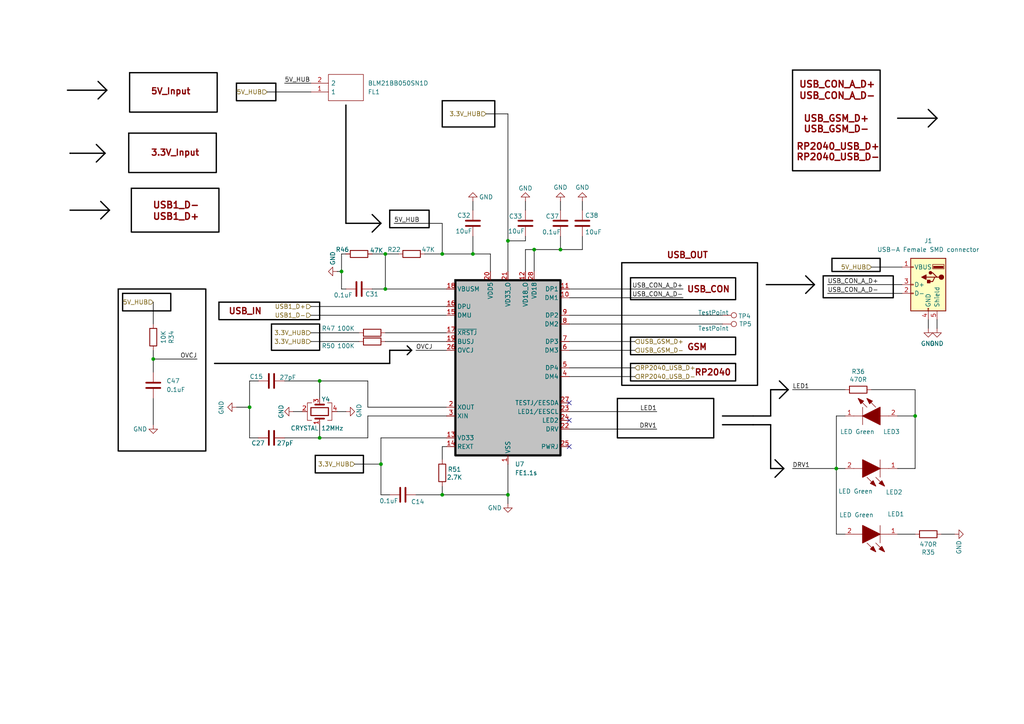
<source format=kicad_sch>
(kicad_sch (version 20231120) (generator "eeschema") (generator_version "8.0")
  (paper "A4")
  (title_block (company "SmartEQ Information Technologies"))
  (lib_symbols
    (symbol "150080VS75000:150080VS75000" (pin_names (offset 0.762))
      (property "Reference" "LED" (at 12.7 8.89 0))
      (property "Value" "150080VS75000" (at 12.7 6.35 0))
      (symbol "150080VS75000_0_0"
        (pin passive line (at 0 0 0) (length 2.54) (name "~") (number "1"))
        (pin passive line (at 15.24 0 180) (length 2.54) (name "~") (number "2"))
      )
      (symbol "150080VS75000_0_1"
        (polyline (pts (xy 2.54 0) (xy 5.08 0)) (stroke (width 0.1524)))
        (polyline (pts (xy 5.08 2.54) (xy 5.08 -2.54)) (stroke (width 0.1524)))
        (polyline (pts (xy 6.35 2.54) (xy 3.81 5.08)) (stroke (width 0.1524)))
        (polyline (pts (xy 8.89 2.54) (xy 6.35 5.08)) (stroke (width 0.1524)))
        (polyline (pts (xy 10.16 0) (xy 12.7 0)) (stroke (width 0.1524)))
        (polyline (pts (xy 5.08 0) (xy 10.16 2.54) (xy 10.16 -2.54) (xy 5.08 0)) (stroke (width 0.254)) (fill (type outline)))
        (polyline (pts (xy 5.334 4.318) (xy 4.572 3.556) (xy 3.81 5.08) (xy 5.334 4.318)) (stroke (width 0.254)) (fill (type outline)))
        (polyline (pts (xy 7.874 4.318) (xy 7.112 3.556) (xy 6.35 5.08) (xy 7.874 4.318)) (stroke (width 0.254)) (fill (type outline)))
      )
    )
    (symbol "BLM21BB050SN1D:BLM21BB050SN1D" (pin_names (offset 0.762))
      (property "Reference" "FL" (at 16.51 7.62 0))
      (property "Value" "BLM21BB050SN1D" (at 16.51 5.08 0))
      (symbol "BLM21BB050SN1D_0_0"
        (pin passive line (at 0 0 0) (length 5.08) (name "1") (number "1"))
        (pin passive line (at 0 -2.54 0) (length 5.08) (name "2") (number "2"))
      )
      (symbol "BLM21BB050SN1D_0_1"
        (polyline (pts (xy 5.08 2.54) (xy 15.24 2.54) (xy 15.24 -5.08) (xy 5.08 -5.08) (xy 5.08 2.54)) (stroke (width 0.1524)))
      )
    )
    (symbol "Connector:TestPoint" (pin_numbers hide) (pin_names (offset 0.762) hide)
      (property "Reference" "TP" (at 0 6.858 0))
      (property "Value" "TestPoint" (at 0 5.08 0))
      (symbol "TestPoint_0_1"
        (circle (center 0 3.302) (radius 0.762))
      )
      (symbol "TestPoint_1_1"
        (pin passive line (at 0 0 90) (length 2.54) (name "1") (number "1"))
      )
    )
    (symbol "Connector:USB_A" (pin_names (offset 1.016))
      (property "Reference" "J" (at -5.08 11.43 0))
      (property "Value" "USB_A" (at -5.08 8.89 0))
      (symbol "USB_A_0_1"
        (rectangle (start -5.08 -7.62) (end 5.08 7.62) (stroke (width 0.254)) (fill (type background)))
        (circle (center -3.81 2.159) (radius 0.635) (stroke (width 0.254)) (fill (type outline)))
        (rectangle (start -1.524 4.826) (end -4.318 5.334) (fill (type outline)))
        (rectangle (start -1.27 4.572) (end -4.572 5.842))
        (circle (center -0.635 3.429) (radius 0.381) (stroke (width 0.254)) (fill (type outline)))
        (rectangle (start -0.127 -7.62) (end 0.127 -6.858))
        (polyline (pts (xy -3.175 2.159) (xy -2.54 2.159) (xy -1.27 3.429) (xy -0.635 3.429)) (stroke (width 0.254)))
        (polyline (pts (xy -2.54 2.159) (xy -1.905 2.159) (xy -1.27 0.889) (xy 0 0.889)) (stroke (width 0.254)))
        (polyline (pts (xy 0.635 2.794) (xy 0.635 1.524) (xy 1.905 2.159) (xy 0.635 2.794)) (stroke (width 0.254)) (fill (type outline)))
        (rectangle (start 0.254 1.27) (end -0.508 0.508) (stroke (width 0.254)) (fill (type outline)))
        (rectangle (start 5.08 -2.667) (end 4.318 -2.413))
        (rectangle (start 5.08 -0.127) (end 4.318 0.127))
        (rectangle (start 5.08 4.953) (end 4.318 5.207))
      )
      (symbol "USB_A_1_1"
        (polyline (pts (xy -1.905 2.159) (xy 0.635 2.159)) (stroke (width 0.254)))
        (pin power_in line (at 7.62 5.08 180) (length 2.54) (name "VBUS") (number "1"))
        (pin bidirectional line (at 7.62 -2.54 180) (length 2.54) (name "D-") (number "2"))
        (pin bidirectional line (at 7.62 0 180) (length 2.54) (name "D+") (number "3"))
        (pin power_in line (at 0 -10.16 90) (length 2.54) (name "GND") (number "4"))
        (pin passive line (at -2.54 -10.16 90) (length 2.54) (name "Shield") (number "5"))
      )
    )
    (symbol "Device:C" (pin_numbers hide) (pin_names (offset 0.254))
      (property "Reference" "C" (at 0.635 2.54 0))
      (property "Value" "C" (at 0.635 -2.54 0))
      (symbol "C_0_1"
        (polyline (pts (xy -2.032 -0.762) (xy 2.032 -0.762)) (stroke (width 0.508)))
        (polyline (pts (xy -2.032 0.762) (xy 2.032 0.762)) (stroke (width 0.508)))
      )
      (symbol "C_1_1"
        (pin passive line (at 0 3.81 270) (length 2.794) (name "~") (number "1"))
        (pin passive line (at 0 -3.81 90) (length 2.794) (name "~") (number "2"))
      )
    )
    (symbol "Device:Crystal_GND24" (pin_names (offset 1.016) hide)
      (property "Reference" "Y" (at 3.175 5.08 0))
      (property "Value" "Crystal_GND24" (at 3.175 3.175 0))
      (symbol "Crystal_GND24_0_1"
        (rectangle (start -1.143 2.54) (end 1.143 -2.54) (stroke (width 0.3048)))
        (polyline (pts (xy -2.54 0) (xy -2.032 0)))
        (polyline (pts (xy -2.032 -1.27) (xy -2.032 1.27)) (stroke (width 0.508)))
        (polyline (pts (xy 0 -3.81) (xy 0 -3.556)))
        (polyline (pts (xy 0 3.556) (xy 0 3.81)))
        (polyline (pts (xy 2.032 -1.27) (xy 2.032 1.27)) (stroke (width 0.508)))
        (polyline (pts (xy 2.032 0) (xy 2.54 0)))
        (polyline (pts (xy -2.54 -2.286) (xy -2.54 -3.556) (xy 2.54 -3.556) (xy 2.54 -2.286)))
        (polyline (pts (xy -2.54 2.286) (xy -2.54 3.556) (xy 2.54 3.556) (xy 2.54 2.286)))
      )
      (symbol "Crystal_GND24_1_1"
        (pin passive line (at -3.81 0 0) (length 1.27) (name "1") (number "1"))
        (pin passive line (at 0 5.08 270) (length 1.27) (name "2") (number "2"))
        (pin passive line (at 3.81 0 180) (length 1.27) (name "3") (number "3"))
        (pin passive line (at 0 -5.08 90) (length 1.27) (name "4") (number "4"))
      )
    )
    (symbol "Device:R" (pin_numbers hide) (pin_names (offset 0))
      (property "Reference" "R" (at 2.032 0 90))
      (property "Value" "R" (at 0 0 90))
      (symbol "R_0_1"
        (rectangle (start -1.016 -2.54) (end 1.016 2.54) (stroke (width 0.254)))
      )
      (symbol "R_1_1"
        (pin passive line (at 0 3.81 270) (length 1.27) (name "~") (number "1"))
        (pin passive line (at 0 -3.81 90) (length 1.27) (name "~") (number "2"))
      )
    )
    (symbol "FE1.1s_1"
      (property "Reference" "U7" (at 2.0194 -27.94 0))
      (property "Value" "FE1.1s" (at 2.0194 -30.48 0))
      (symbol "FE1.1s_1_1_1"
        (rectangle (start -15.24 25.4) (end 15.24 -25.4) (stroke (width 0.635) (color 0 0 0 1)) (fill (type color) (color 194 194 194 1)))
        (pin power_in line (at 0 -27.94 90) (length 2.54) (name "VSS") (number "1"))
        (pin bidirectional line (at 17.78 20.32 180) (length 2.54) (name "DM1") (number "10"))
        (pin bidirectional line (at 17.78 22.86 180) (length 2.54) (name "DP1") (number "11"))
        (pin power_out line (at 5.08 27.94 270) (length 2.54) (name "VD18_O") (number "12"))
        (pin power_in line (at -17.78 -20.32 0) (length 2.54) (name "VD33") (number "13"))
        (pin passive line (at -17.78 -22.86 0) (length 2.54) (name "REXT") (number "14"))
        (pin bidirectional line (at -17.78 15.24 0) (length 2.54) (name "DMU") (number "15"))
        (pin bidirectional line (at -17.78 17.78 0) (length 2.54) (name "DPU") (number "16"))
        (pin input line (at -17.78 10.16 0) (length 2.54) (name "~{XRSTJ}") (number "17"))
        (pin input line (at -17.78 22.86 0) (length 2.54) (name "VBUSM") (number "18"))
        (pin input line (at -17.78 7.62 0) (length 2.54) (name "BUSJ") (number "19"))
        (pin output line (at -17.78 -11.43 0) (length 2.54) (name "XOUT") (number "2"))
        (pin power_in line (at -5.08 27.94 270) (length 2.54) (name "VDD5") (number "20"))
        (pin power_out line (at 0 27.94 270) (length 2.54) (name "VD33_O") (number "21"))
        (pin bidirectional line (at 17.78 -17.78 180) (length 2.54) (name "DRV") (number "22"))
        (pin bidirectional line (at 17.78 -12.7 180) (length 2.54) (name "LED1/EESCL") (number "23"))
        (pin bidirectional line (at 17.78 -15.24 180) (length 2.54) (name "LED2") (number "24"))
        (pin output line (at 17.78 -22.86 180) (length 2.54) (name "PWRJ") (number "25"))
        (pin input line (at -17.78 5.08 0) (length 2.54) (name "OVCJ") (number "26"))
        (pin bidirectional line (at 17.78 -10.16 180) (length 2.54) (name "TESTJ/EESDA") (number "27"))
        (pin power_in line (at 7.62 27.94 270) (length 2.54) (name "VD18") (number "28"))
        (pin input line (at -17.78 -13.97 0) (length 2.54) (name "XIN") (number "3"))
        (pin bidirectional line (at 17.78 -2.54 180) (length 2.54) (name "DM4") (number "4"))
        (pin bidirectional line (at 17.78 0 180) (length 2.54) (name "DP4") (number "5"))
        (pin bidirectional line (at 17.78 5.08 180) (length 2.54) (name "DM3") (number "6"))
        (pin bidirectional line (at 17.78 7.62 180) (length 2.54) (name "DP3") (number "7"))
        (pin bidirectional line (at 17.78 12.7 180) (length 2.54) (name "DM2") (number "8"))
        (pin bidirectional line (at 17.78 15.24 180) (length 2.54) (name "DP2") (number "9"))
      )
    )
    (symbol "power:GND" (power) (pin_names (offset 0))
      (property "Value" "GND" (at 0 -3.81 0))
      (symbol "GND_0_1"
        (polyline (pts (xy 0 0) (xy 0 -1.27) (xy 1.27 -1.27) (xy 0 -2.54) (xy -1.27 -1.27) (xy 0 -1.27)))
      )
      (symbol "GND_1_1"
        (pin power_in line (at 0 0 270) (length 0) hide (name "GND") (number "1"))
      )
    )
  )
  (junction (at 92.71 127))
  (junction (at 128.27 73.66))
  (junction (at 111.76 73.66))
  (junction (at 128.27 143.51))
  (junction (at 162.56 72.39))
  (junction (at 72.39 118.11))
  (junction (at 242.57 135.89))
  (junction (at 99.06 78.74))
  (junction (at 111.76 83.82))
  (junction (at 154.94 72.39))
  (junction (at 137.16 73.66))
  (junction (at 44.45 104.14))
  (junction (at 92.71 110.49))
  (junction (at 147.32 69.85))
  (junction (at 110.49 134.62))
  (junction (at 265.43 120.65))
  (junction (at 147.32 143.51))
  (no_connect (at 165.1 121.92))
  (no_connect (at 165.1 129.54))
  (no_connect (at 165.1 116.84))
  (wire (pts (xy 128.27 129.54) (xy 129.54 129.54)) (stroke (width 0.1778) (color 0 0 0 1)))
  (wire (pts (xy 110.49 127) (xy 129.54 127)) (stroke (width 0.1778) (color 0 0 0 1)))
  (polyline (pts (xy 269.24 31.75) (xy 271.78 34.29)) (stroke (width 0.381) (color 0 0 0 1)))
  (wire (pts (xy 265.43 120.65) (xy 265.43 135.89)) (stroke (width 0.1778) (color 0 0 0 1)))
  (wire (pts (xy 137.16 68.58) (xy 137.16 73.66)) (stroke (width 0.1778) (color 0 0 0 1)))
  (wire (pts (xy 152.4 69.85) (xy 152.4 68.58)) (stroke (width 0.1778) (color 0 0 0 1)))
  (wire (pts (xy 111.76 73.66) (xy 115.57 73.66)) (stroke (width 0.1778) (color 0 0 0 1)))
  (wire (pts (xy 110.49 127) (xy 110.49 134.62)) (stroke (width 0.1778) (color 0 0 0 1)))
  (wire (pts (xy 152.4 60.96) (xy 152.4 58.42)) (stroke (width 0.1778) (color 0 0 0 1)))
  (polyline (pts (xy 223.52 135.89) (xy 227.33 135.89)) (stroke (width 0.381) (color 0 0 0 1)))
  (polyline (pts (xy 222.25 82.55) (xy 236.22 82.55)) (stroke (width 0.381) (color 0 0 0 1)))
  (wire (pts (xy 85.09 119.38) (xy 87.63 119.38)) (stroke (width 0.1778) (color 0 0 0 1)))
  (polyline (pts (xy 31.75 60.96) (xy 29.21 63.5)) (stroke (width 0.381) (color 0 0 0 1)))
  (wire (pts (xy 72.39 118.11) (xy 68.58 118.11)) (stroke (width 0.1778) (color 0 0 0 1)))
  (wire (pts (xy 252.73 113.03) (xy 265.43 113.03)) (stroke (width 0.1778) (color 0 0 0 1)))
  (polyline (pts (xy 233.68 85.09) (xy 236.22 82.55)) (stroke (width 0.381) (color 0 0 0 1)))
  (wire (pts (xy 99.06 78.74) (xy 99.06 83.82)) (stroke (width 0.1778) (color 0 0 0 1)))
  (wire (pts (xy 190.5 124.46) (xy 165.1 124.46)) (stroke (width 0.1778) (color 0 0 0 1)))
  (polyline (pts (xy 31.75 60.96) (xy 20.32 60.96)) (stroke (width 0.381) (color 0 0 0 1)))
  (wire (pts (xy 129.54 118.11) (xy 106.68 118.11)) (stroke (width 0.1778) (color 0 0 0 1)))
  (polyline (pts (xy 233.68 80.01) (xy 236.22 82.55)) (stroke (width 0.381) (color 0 0 0 1)))
  (wire (pts (xy 128.27 140.97) (xy 128.27 143.51)) (stroke (width 0.1778) (color 0 0 0 1)))
  (polyline (pts (xy 209.55 123.19) (xy 218.44 123.19)) (stroke (width 0.381) (color 0 0 0 1)))
  (wire (pts (xy 72.39 127) (xy 72.39 118.11)) (stroke (width 0.1778) (color 0 0 0 1)))
  (wire (pts (xy 44.45 87.63) (xy 44.45 93.98)) (stroke (width 0.1778) (color 0 0 0 1)))
  (wire (pts (xy 90.17 88.9) (xy 129.54 88.9)) (stroke (width 0.1778) (color 0 0 0 1)))
  (wire (pts (xy 128.27 129.54) (xy 128.27 133.35)) (stroke (width 0.1778) (color 0 0 0 1)))
  (wire (pts (xy 190.5 119.38) (xy 165.1 119.38)) (stroke (width 0.1778) (color 0 0 0 1)))
  (wire (pts (xy 110.49 134.62) (xy 110.49 143.51)) (stroke (width 0.1778) (color 0 0 0 1)))
  (wire (pts (xy 147.32 143.51) (xy 147.32 146.05)) (stroke (width 0.1778) (color 0 0 0 1)))
  (wire (pts (xy 107.95 73.66) (xy 111.76 73.66)) (stroke (width 0.1778) (color 0 0 0 1)))
  (wire (pts (xy 137.16 58.42) (xy 137.16 60.96)) (stroke (width 0.1778) (color 0 0 0 1)))
  (wire (pts (xy 265.43 120.65) (xy 260.35 120.65)) (stroke (width 0.1778) (color 0 0 0 1)))
  (wire (pts (xy 209.55 91.44) (xy 165.1 91.44)) (stroke (width 0.1778) (color 0 0 0 1)))
  (wire (pts (xy 77.47 26.67) (xy 90.17 26.67)) (stroke (width 0.1778) (color 0 0 0 1)))
  (wire (pts (xy 90.17 99.06) (xy 104.14 99.06)) (stroke (width 0.1778) (color 0 0 0 1)))
  (wire (pts (xy 106.68 118.11) (xy 106.68 110.49)) (stroke (width 0.1778) (color 0 0 0 1)))
  (wire (pts (xy 154.94 72.39) (xy 154.94 78.74)) (stroke (width 0.1778) (color 0 0 0 1)))
  (wire (pts (xy 120.65 143.51) (xy 128.27 143.51)) (stroke (width 0.1778) (color 0 0 0 1)))
  (polyline (pts (xy 271.78 34.29) (xy 269.24 36.83)) (stroke (width 0.381) (color 0 0 0 1)))
  (polyline (pts (xy 226.06 110.49) (xy 228.6 113.03)) (stroke (width 0.381) (color 0 0 0 1)))
  (wire (pts (xy 74.93 127) (xy 72.39 127)) (stroke (width 0.1778) (color 0 0 0 1)))
  (wire (pts (xy 100.33 119.38) (xy 97.79 119.38)) (stroke (width 0.1778) (color 0 0 0 1)))
  (wire (pts (xy 72.39 110.49) (xy 74.93 110.49)) (stroke (width 0.1778) (color 0 0 0 1)))
  (polyline (pts (xy 20.32 44.45) (xy 20.32 44.45)) (stroke (width 0.381) (color 0 0 0 1)))
  (wire (pts (xy 92.71 123.19) (xy 92.71 127)) (stroke (width 0.1778) (color 0 0 0 1)))
  (wire (pts (xy 265.43 135.89) (xy 260.35 135.89)) (stroke (width 0.1778) (color 0 0 0 1)))
  (wire (pts (xy 162.56 58.42) (xy 162.56 60.96)) (stroke (width 0.1778) (color 0 0 0 1)))
  (wire (pts (xy 99.06 78.74) (xy 97.79 78.74)) (stroke (width 0.1778) (color 0 0 0 1)))
  (wire (pts (xy 82.55 24.13) (xy 90.17 24.13)) (stroke (width 0.1778) (color 0 0 0 1)))
  (wire (pts (xy 162.56 72.39) (xy 168.91 72.39)) (stroke (width 0.1778) (color 0 0 0 1)))
  (wire (pts (xy 106.68 120.65) (xy 106.68 127)) (stroke (width 0.1778) (color 0 0 0 1)))
  (wire (pts (xy 147.32 134.62) (xy 147.32 143.51)) (stroke (width 0.1778) (color 0 0 0 1)))
  (wire (pts (xy 165.1 106.68) (xy 184.15 106.68)) (stroke (width 0.1778) (color 0 0 0 1)))
  (wire (pts (xy 242.57 154.94) (xy 242.57 135.89)) (stroke (width 0.1778) (color 0 0 0 1)))
  (polyline (pts (xy 223.52 113.03) (xy 228.6 113.03)) (stroke (width 0.381) (color 0 0 0 1)))
  (polyline (pts (xy 100.33 30.48) (xy 100.33 64.77)) (stroke (width 0.381) (color 0 0 0 1)))
  (wire (pts (xy 147.32 69.85) (xy 152.4 69.85)) (stroke (width 0.1778) (color 0 0 0 1)))
  (wire (pts (xy 140.97 33.02) (xy 147.32 33.02)) (stroke (width 0.1778) (color 0 0 0 1)))
  (polyline (pts (xy 100.33 64.77) (xy 110.49 64.77)) (stroke (width 0.381) (color 0 0 0 1)))
  (polyline (pts (xy 30.48 44.45) (xy 27.94 46.99)) (stroke (width 0.381) (color 0 0 0 1)))
  (wire (pts (xy 92.71 110.49) (xy 92.71 115.57)) (stroke (width 0.1778) (color 0 0 0 1)))
  (wire (pts (xy 152.4 72.39) (xy 152.4 78.74)) (stroke (width 0.1778) (color 0 0 0 1)))
  (wire (pts (xy 114.3 64.77) (xy 128.27 64.77)) (stroke (width 0.1778) (color 0 0 0 1)))
  (wire (pts (xy 107.95 83.82) (xy 111.76 83.82)) (stroke (width 0.1778) (color 0 0 0 1)))
  (wire (pts (xy 269.24 95.25) (xy 269.24 92.71)) (stroke (width 0.1778) (color 0 0 0 1)))
  (wire (pts (xy 242.57 135.89) (xy 229.87 135.89)) (stroke (width 0.1778) (color 0 0 0 1)))
  (polyline (pts (xy 30.48 44.45) (xy 20.32 44.45)) (stroke (width 0.381) (color 0 0 0 1)))
  (polyline (pts (xy 113.03 101.6) (xy 113.03 105.41)) (stroke (width 0.381) (color 0 0 0 1)))
  (wire (pts (xy 168.91 58.42) (xy 168.91 60.96)) (stroke (width 0.1778) (color 0 0 0 1)))
  (wire (pts (xy 184.15 101.6) (xy 165.1 101.6)) (stroke (width 0.1778) (color 0 0 0 1)))
  (wire (pts (xy 82.55 127) (xy 92.71 127)) (stroke (width 0.1778) (color 0 0 0 1)))
  (wire (pts (xy 276.86 154.94) (xy 273.05 154.94)) (stroke (width 0.1778) (color 0 0 0 1)))
  (wire (pts (xy 99.06 73.66) (xy 99.06 78.74)) (stroke (width 0.1778) (color 0 0 0 1)))
  (polyline (pts (xy 224.79 133.35) (xy 227.33 135.89)) (stroke (width 0.381) (color 0 0 0 1)))
  (polyline (pts (xy 107.95 67.31) (xy 110.49 64.77)) (stroke (width 0.381) (color 0 0 0 1)))
  (wire (pts (xy 90.17 96.52) (xy 104.14 96.52)) (stroke (width 0.1778) (color 0 0 0 1)))
  (wire (pts (xy 129.54 120.65) (xy 106.68 120.65)) (stroke (width 0.1778) (color 0 0 0 1)))
  (wire (pts (xy 111.76 99.06) (xy 129.54 99.06)) (stroke (width 0.1778) (color 0 0 0 1)))
  (polyline (pts (xy 118.11 100.33) (xy 119.38 101.6)) (stroke (width 0.381) (color 0 0 0 1)))
  (wire (pts (xy 242.57 120.65) (xy 245.11 120.65)) (stroke (width 0.1778) (color 0 0 0 1)))
  (polyline (pts (xy 118.11 102.87) (xy 119.38 101.6)) (stroke (width 0.381) (color 0 0 0 1)))
  (polyline (pts (xy 30.988 26.162) (xy 19.558 26.162)) (stroke (width 0.381) (color 0 0 0 1)))
  (wire (pts (xy 240.03 85.09) (xy 261.62 85.09)) (stroke (width 0.1778) (color 0 0 0 1)))
  (wire (pts (xy 265.43 154.94) (xy 260.35 154.94)) (stroke (width 0.1778) (color 0 0 0 1)))
  (wire (pts (xy 165.1 83.82) (xy 198.12 83.82)) (stroke (width 0.1778) (color 0 0 0 1)))
  (polyline (pts (xy 223.52 123.19) (xy 223.52 135.89)) (stroke (width 0.381) (color 0 0 0 1)))
  (wire (pts (xy 162.56 68.58) (xy 162.56 72.39)) (stroke (width 0.1778) (color 0 0 0 1)))
  (wire (pts (xy 242.57 135.89) (xy 242.57 120.65)) (stroke (width 0.1778) (color 0 0 0 1)))
  (polyline (pts (xy 209.55 120.65) (xy 218.44 120.65)) (stroke (width 0.381) (color 0 0 0 1)))
  (wire (pts (xy 90.17 91.44) (xy 129.54 91.44)) (stroke (width 0.1778) (color 0 0 0 1)))
  (wire (pts (xy 106.68 110.49) (xy 92.71 110.49)) (stroke (width 0.1778) (color 0 0 0 1)))
  (polyline (pts (xy 27.94 41.91) (xy 30.48 44.45)) (stroke (width 0.381) (color 0 0 0 1)))
  (wire (pts (xy 152.4 72.39) (xy 154.94 72.39)) (stroke (width 0.1778) (color 0 0 0 1)))
  (wire (pts (xy 44.45 123.19) (xy 44.45 115.57)) (stroke (width 0.1778) (color 0 0 0 1)))
  (wire (pts (xy 82.55 110.49) (xy 92.71 110.49)) (stroke (width 0.1778) (color 0 0 0 1)))
  (polyline (pts (xy 223.52 113.03) (xy 223.52 120.65)) (stroke (width 0.381) (color 0 0 0 1)))
  (polyline (pts (xy 107.95 62.23) (xy 110.49 64.77)) (stroke (width 0.381) (color 0 0 0 1)))
  (wire (pts (xy 142.24 78.74) (xy 142.24 73.66)) (stroke (width 0.1778) (color 0 0 0 1)))
  (wire (pts (xy 245.11 135.89) (xy 242.57 135.89)) (stroke (width 0.1778) (color 0 0 0 1)))
  (wire (pts (xy 265.43 113.03) (xy 265.43 120.65)) (stroke (width 0.1778) (color 0 0 0 1)))
  (wire (pts (xy 147.32 69.85) (xy 147.32 78.74)) (stroke (width 0.1778) (color 0 0 0 1)))
  (polyline (pts (xy 218.44 120.65) (xy 223.52 120.65)) (stroke (width 0.381) (color 0 0 0 1)))
  (wire (pts (xy 229.87 113.03) (xy 245.11 113.03)) (stroke (width 0.1778) (color 0 0 0 1)))
  (wire (pts (xy 165.1 109.22) (xy 184.15 109.22)) (stroke (width 0.1778) (color 0 0 0 1)))
  (polyline (pts (xy 224.79 138.43) (xy 227.33 135.89)) (stroke (width 0.381) (color 0 0 0 1)))
  (wire (pts (xy 72.39 110.49) (xy 72.39 118.11)) (stroke (width 0.1778) (color 0 0 0 1)))
  (wire (pts (xy 102.87 134.62) (xy 110.49 134.62)) (stroke (width 0.1778) (color 0 0 0 1)))
  (polyline (pts (xy 218.44 123.19) (xy 223.52 123.19)) (stroke (width 0.381) (color 0 0 0 1)))
  (wire (pts (xy 99.06 73.66) (xy 100.33 73.66)) (stroke (width 0.1778) (color 0 0 0 1)))
  (wire (pts (xy 128.27 64.77) (xy 128.27 73.66)) (stroke (width 0.1778) (color 0 0 0 1)))
  (wire (pts (xy 110.49 143.51) (xy 113.03 143.51)) (stroke (width 0.1778) (color 0 0 0 1)))
  (wire (pts (xy 99.06 83.82) (xy 100.33 83.82)) (stroke (width 0.1778) (color 0 0 0 1)))
  (wire (pts (xy 245.11 154.94) (xy 242.57 154.94)) (stroke (width 0.1778) (color 0 0 0 1)))
  (wire (pts (xy 128.27 73.66) (xy 137.16 73.66)) (stroke (width 0.1778) (color 0 0 0 1)))
  (wire (pts (xy 184.15 99.06) (xy 165.1 99.06)) (stroke (width 0.1778) (color 0 0 0 1)))
  (wire (pts (xy 154.94 72.39) (xy 162.56 72.39)) (stroke (width 0.1778) (color 0 0 0 1)))
  (wire (pts (xy 147.32 33.02) (xy 147.32 69.85)) (stroke (width 0.1778) (color 0 0 0 1)))
  (wire (pts (xy 111.76 96.52) (xy 129.54 96.52)) (stroke (width 0.1778) (color 0 0 0 1)))
  (wire (pts (xy 44.45 104.14) (xy 44.45 107.95)) (stroke (width 0.1778) (color 0 0 0 1)))
  (polyline (pts (xy 226.06 115.57) (xy 228.6 113.03)) (stroke (width 0.381) (color 0 0 0 1)))
  (polyline (pts (xy 30.988 26.162) (xy 28.448 28.702)) (stroke (width 0.381) (color 0 0 0 1)))
  (wire (pts (xy 106.68 127) (xy 92.71 127)) (stroke (width 0.1778) (color 0 0 0 1)))
  (wire (pts (xy 252.73 77.47) (xy 261.62 77.47)) (stroke (width 0.1778) (color 0 0 0 1)))
  (polyline (pts (xy 28.448 23.622) (xy 30.988 26.162)) (stroke (width 0.381) (color 0 0 0 1)))
  (wire (pts (xy 271.78 95.25) (xy 271.78 92.71)) (stroke (width 0.1778) (color 0 0 0 1)))
  (wire (pts (xy 111.76 73.66) (xy 111.76 83.82)) (stroke (width 0.1778) (color 0 0 0 1)))
  (wire (pts (xy 44.45 101.6) (xy 44.45 104.14)) (stroke (width 0.1778) (color 0 0 0 1)))
  (polyline (pts (xy 271.78 34.29) (xy 260.35 34.29)) (stroke (width 0.381) (color 0 0 0 1)))
  (polyline (pts (xy 113.03 101.6) (xy 119.38 101.6)) (stroke (width 0.381) (color 0 0 0 1)))
  (polyline (pts (xy 62.23 105.41) (xy 113.03 105.41)) (stroke (width 0.381) (color 0 0 0 1)))
  (wire (pts (xy 168.91 68.58) (xy 168.91 72.39)) (stroke (width 0.1778) (color 0 0 0 1)))
  (wire (pts (xy 142.24 73.66) (xy 137.16 73.66)) (stroke (width 0.1778) (color 0 0 0 1)))
  (wire (pts (xy 57.15 104.14) (xy 44.45 104.14)) (stroke (width 0.1778) (color 0 0 0 1)))
  (wire (pts (xy 198.12 86.36) (xy 165.1 86.36)) (stroke (width 0.1778) (color 0 0 0 1)))
  (polyline (pts (xy 29.21 58.42) (xy 31.75 60.96)) (stroke (width 0.381) (color 0 0 0 1)))
  (wire (pts (xy 240.03 82.55) (xy 261.62 82.55)) (stroke (width 0.1778) (color 0 0 0 1)))
  (wire (pts (xy 123.19 73.66) (xy 128.27 73.66)) (stroke (width 0.1778) (color 0 0 0 1)))
  (wire (pts (xy 128.27 143.51) (xy 147.32 143.51)) (stroke (width 0.1778) (color 0 0 0 1)))
  (wire (pts (xy 111.76 83.82) (xy 129.54 83.82)) (stroke (width 0.1778) (color 0 0 0 1)))
  (wire (pts (xy 165.1 93.98) (xy 209.55 93.98)) (stroke (width 0.1778) (color 0 0 0 1)))
  (wire (pts (xy 120.65 101.6) (xy 129.54 101.6)) (stroke (width 0.1778) (color 0 0 0 1)))
  (rectangle (start 238.76 80.01) (end 259.08 86.36) (stroke (width 0.381) (color 0 0 0 1)))
  (rectangle (start 113.03 60.96) (end 124.46 66.04) (stroke (width 0.381) (color 0 0 0 1)))
  (rectangle (start 179.07 115.57) (end 207.01 127) (stroke (width 0.381) (color 0 0 0 1)))
  (rectangle (start 182.88 80.5615) (end 213.36 86.9115) (stroke (width 0.381) (color 0 0 0 1)))
  (rectangle (start 241.3 74.93) (end 255.27 78.74) (stroke (width 0.381) (color 0 0 0 1)))
  (rectangle (start 128.27 29.21) (end 143.51 36.83) (stroke (width 0.381) (color 0 0 0 1)))
  (rectangle (start 37.338 38.608) (end 62.738 50.038) (stroke (width 0.381) (color 0 0 0 1)))
  (rectangle (start 68.58 24.13) (end 80.01 29.21) (stroke (width 0.381) (color 0 0 0 1)))
  (rectangle (start 78.74 93.98) (end 92.71 101.6) (stroke (width 0.381) (color 0 0 0 1)))
  (rectangle (start 182.88 105.41) (end 213.36 110.49) (stroke (width 0.381) (color 0 0 0 1)))
  (rectangle (start 35.56 85.09) (end 49.53 90.17) (stroke (width 0.381) (color 0 0 0 1)))
  (rectangle (start 37.592 21.082) (end 62.992 32.512) (stroke (width 0.381) (color 0 0 0 1)))
  (rectangle (start 182.88 97.79) (end 213.36 102.87) (stroke (width 0.381) (color 0 0 0 1)))
  (rectangle (start 38.1 54.61) (end 63.5 67.31) (stroke (width 0.381) (color 0 0 0 1)))
  (rectangle (start 34.29 83.82) (end 59.69 130.81) (stroke (width 0.381) (color 0 0 0 1)))
  (rectangle (start 229.87 20.32) (end 255.27 49.53) (stroke (width 0.381) (color 0 0 0 1)))
  (rectangle (start 63.5 87.63) (end 92.71 92.71) (stroke (width 0.381) (color 0 0 0 1)))
  (rectangle (start 91.44 132.08) (end 105.41 137.16) (stroke (width 0.381) (color 0 0 0 1)))
  (rectangle (start 180.34 76.2) (end 219.71 111.76) (stroke (width 0.381) (color 0 0 0 1)))
  (text "USB1_D+" (at 51.054 62.992 0) (effects (font (size 1.905 1.905) (thickness 0.381) (bold yes))))
  (text "USB_GSM_D+" (at 242.57 34.544 0) (effects (font (size 1.905 1.905) (thickness 0.381) (bold yes))))
  (text "RP2040" (at 206.756 108.204 0) (effects (font (size 1.778 1.778) (bold yes))))
  (text "GSM" (at 202.184 100.838 0) (effects (font (size 1.778 1.778) (bold yes))))
  (text "USB_CON_A_D+" (at 242.824 24.638 0) (effects (font (size 1.905 1.905) (thickness 0.381) (bold yes))))
  (text "USB_IN" (at 71.12 90.424 0) (effects (font (size 1.778 1.778) (bold yes))))
  (text "5V_Input" (at 49.53 26.67 0) (effects (font (size 1.778 1.778) (bold yes))))
  (text "RP2040_USB_D+" (at 243.078 42.672 0) (effects (font (size 1.905 1.905) (thickness 0.381) (bold yes))))
  (text "USB_CON_A_D-" (at 242.824 27.94 0) (effects (font (size 1.905 1.905) (thickness 0.381) (bold yes))))
  (text "USB_GSM_D-" (at 242.57 37.592 0) (effects (font (size 1.905 1.905) (thickness 0.381) (bold yes))))
  (text "RP2040_USB_D-" (at 243.078 45.72 0) (effects (font (size 1.905 1.905) (thickness 0.381) (bold yes))))
  (text "USB_OUT" (at 199.39 74.168 0) (effects (font (size 1.778 1.778) (bold yes))))
  (text "USB1_D-" (at 51.054 59.69 0) (effects (font (size 1.905 1.905) (thickness 0.381) (bold yes))))
  (text "3.3V_Input\n" (at 50.8 44.45 0) (effects (font (size 1.778 1.778) (bold yes))))
  (text "USB_CON" (at 205.486 84.074 0) (effects (font (size 1.778 1.778) (bold yes))))
  (label "USB_CON_A_D+" (at 240.03 82.55 0))
  (label "OVCJ" (at 120.65 101.6 0))
  (label "DRV1" (at 190.5 124.46 180))
  (label "USB_CON_A_D-" (at 198.12 86.36 180))
  (label "LED1" (at 190.5 119.38 180))
  (label "DRV1" (at 229.87 135.89 0))
  (label "5V_HUB" (at 114.3 64.77 0))
  (label "LED1" (at 229.87 113.03 0))
  (label "USB_CON_A_D-" (at 240.03 85.09 0))
  (label "USB_CON_A_D+" (at 198.12 83.82 180))
  (label "OVCJ" (at 57.15 104.14 180))
  (label "5V_HUB" (at 82.55 24.13 0))
  (hierarchical_label "USB_GSM_D-" (shape input) (at 184.15 101.6 0))
  (hierarchical_label "3.3V_HUB" (shape input) (at 90.17 96.52 180))
  (hierarchical_label "5V_HUB" (shape input) (at 44.45 87.63 180))
  (hierarchical_label "RP2040_USB_D+" (shape input) (at 184.15 106.68 0))
  (hierarchical_label "3.3V_HUB" (shape input) (at 102.87 134.62 180))
  (hierarchical_label "RP2040_USB_D-" (shape input) (at 184.15 109.22 0))
  (hierarchical_label "USB_GSM_D+" (shape input) (at 184.15 99.06 0))
  (hierarchical_label "3.3V_HUB" (shape input) (at 90.17 99.06 180))
  (hierarchical_label "5V_HUB" (shape input) (at 77.47 26.67 180))
  (hierarchical_label "3.3V_HUB" (shape input) (at 140.97 33.02 180))
  (hierarchical_label "USB1_D+" (shape input) (at 90.17 88.9 180))
  (hierarchical_label "5V_HUB" (shape input) (at 252.73 77.47 180))
  (hierarchical_label "USB1_D-" (shape input) (at 90.17 91.44 180))
  (symbol (lib_id "Device:C") (at 162.56 64.77 180) (unit 1)
    (property "Reference" "C37" (at 158.242 62.738 0) (effects (justify right)))
    (property "Value" "0.1uF" (at 157.226 67.31 0) (effects (justify right)))
    (property "Footprint" "Capacitor_SMD:C_0603_1608Metric" (effects (hide yes)))
  )
  (symbol (lib_id "Device:R") (at 248.92 113.03 270) (unit 1)
    (property "Reference" "R36" (at 248.92 107.7722 90))
    (property "Value" "470R" (at 248.92 110.0836 90))
    (property "Footprint" "Resistor_SMD:R_0603_1608Metric" (effects (hide yes)))
  )
  (symbol (lib_id "Device:R") (at 44.45 97.79 180) (unit 1)
    (property "Reference" "R34" (at 49.7078 97.79 90))
    (property "Value" "10K" (at 47.3964 97.79 90))
    (property "Footprint" "Resistor_SMD:R_0603_1608Metric" (effects (hide yes)))
  )
  (symbol (lib_id "Device:C") (at 116.84 143.51 90) (unit 1)
    (property "Reference" "C14" (at 121.158 145.542 90))
    (property "Value" "0.1uF" (at 112.776 145.288 90))
    (property "Footprint" "Capacitor_SMD:C_0603_1608Metric" (effects (hide yes)))
  )
  (symbol (lib_id "Device:R") (at 128.27 137.16 0) (unit 1)
    (property "Reference" "R51" (at 131.826 136.144 0))
    (property "Value" "2.7K" (at 131.826 138.4554 0))
    (property "Footprint" "Resistor_SMD:R_0603_1608Metric" (effects (hide yes)))
  )
  (symbol (lib_id "Device:Crystal_GND24") (at 92.71 119.38 90) (unit 1)
    (property "Reference" "Y4" (at 94.488 115.824 90))
    (property "Value" "CRYSTAL 12MHz" (at 91.948 124.206 90))
    (property "Footprint" "Crystal:Crystal_SMD_3225-4Pin_3.2x2.5mm" (effects (hide yes)))
    (property "Link" "https://www.lcsc.com/product-detail/Crystals_huaxindianzi-CF4012M00020001_C7294551.html" (effects (hide yes)))
    (property "MPN" "CF4012M00020001" (effects (hide yes)))
  )
  (symbol (lib_id "power:GND") (at 269.24 95.25 0) (mirror y) (unit 1)
    (property "Reference" "#PWR0101" (effects (hide yes)))
    (property "Value" "GND" (at 269.113 99.6442 0))
  )
  (symbol (lib_id "Connector:TestPoint") (at 209.55 91.44 270) (unit 1)
    (property "Reference" "TP4" (at 214.122 91.694 90) (effects (justify left)))
    (property "Value" "TestPoint" (at 202.438 90.678 90) (effects (justify left)))
    (property "Description" "test point" (effects (hide yes)))
  )
  (symbol (lib_id "power:GND") (at 137.16 58.42 180) (unit 1)
    (property "Reference" "#PWR050" (effects (hide yes)))
    (property "Value" "GND" (at 140.97 57.15 0))
  )
  (symbol (lib_id "power:GND") (at 97.79 78.74 270) (unit 1)
    (property "Reference" "#PWR047" (effects (hide yes)))
    (property "Value" "GND" (at 96.52 74.93 0))
  )
  (symbol (lib_id "power:GND") (at 162.56 58.42 180) (unit 1)
    (property "Reference" "#PWR051" (effects (hide yes)))
    (property "Value" "GND" (at 162.56 54.356 0))
  )
  (symbol (lib_name "FE1.1s_1") (lib_id "Interface_USB:FE1.1s") (at 147.32 106.68 0) (unit 1)
    (property "Reference" "U7" (at 149.3394 134.62 0) (effects (justify left)))
    (property "Value" "FE1.1s" (at 149.3394 137.16 0) (effects (justify left)))
    (property "Footprint" "Package_SO:SSOP-28_3.9x9.9mm_P0.635mm" (effects (hide yes)))
    (property "Datasheet" "https://cdn-shop.adafruit.com/product-files/2991/FE1.1s+Data+Sheet+(Rev.+1.0).pdf" (effects (hide yes)))
    (property "Link" "https://www.lcsc.com/product-detail/USB-ICs_Terminus-Tech-FE1-1S-BSOP28BCN_C9359.html" (effects (hide yes)))
    (property "MPN" "FE1.1S-BSOP28BCN" (effects (hide yes)))
  )
  (symbol (lib_id "power:GND") (at 100.33 119.38 90) (unit 1)
    (property "Reference" "#PWR049" (effects (hide yes)))
    (property "Value" "GND" (at 104.14 119.126 0))
  )
  (symbol (lib_id "power:GND") (at 147.32 146.05 0) (unit 1)
    (property "Reference" "#PWR053" (effects (hide yes)))
    (property "Value" "GND" (at 143.51 147.32 0))
  )
  (symbol (lib_id "power:GND") (at 271.78 95.25 0) (mirror y) (unit 1)
    (property "Reference" "#PWR0102" (effects (hide yes)))
    (property "Value" "GND" (at 271.653 99.6442 0))
  )
  (symbol (lib_id "Device:R") (at 104.14 73.66 270) (unit 1)
    (property "Reference" "R46" (at 99.314 72.39 90))
    (property "Value" "47K" (at 109.22 72.644 90))
    (property "Footprint" "Resistor_SMD:R_0603_1608Metric" (effects (hide yes)))
  )
  (symbol (lib_id "150080VS75000:150080VS75000") (at 260.35 154.94 180) (unit 1)
    (property "Reference" "LED1" (at 259.842 149.098 0))
    (property "Value" "LED Green" (at 248.412 149.352 0))
    (property "Footprint" "150080VS75000:LEDC2012X80N" (effects (hide yes)))
    (property "Datasheet" "http://katalog.we-online.com/led/datasheet/150080VS75000.pdf" (effects (hide yes)))
    (property "Description" "Wurth Elektronik WL-SMCW 570 nm Green LED, 2012 (0805) Clear SMD package" (effects (hide yes)))
    (property "Height" "0.8" (effects (hide yes)))
    (property "Manufacturer_Name" "Wurth Elektronik" (effects (hide yes)))
    (property "Manufacturer_Part_Number" "150080VS75000" (effects (hide yes)))
    (property "Mouser Part Number" "710-150080VS75000" (effects (hide yes)))
    (property "Mouser Price/Stock" "https://www.mouser.co.uk/ProductDetail/Wurth-Elektronik/150080VS75000?qs=LlUlMxKIyB0tGHJmO6%252B0ug%3D%3D" (effects (hide yes)))
    (property "Link" "https://www.digikey.com/en/products/detail/würth-elektronik/150080VS75000/4489924" (effects (hide yes)))
    (property "MPN" "150080VS75000" (effects (hide yes)))
  )
  (symbol (lib_id "power:GND") (at 152.4 58.42 180) (unit 1)
    (property "Reference" "#PWR048" (effects (hide yes)))
    (property "Value" "GND" (at 152.4 54.61 0))
  )
  (symbol (lib_id "power:GND") (at 85.09 119.38 270) (unit 1)
    (property "Reference" "#PWR046" (effects (hide yes)))
    (property "Value" "GND" (at 81.534 119.38 0))
  )
  (symbol (lib_id "power:GND") (at 44.45 123.19 0) (unit 1)
    (property "Reference" "#PWR0144" (effects (hide yes)))
    (property "Value" "GND" (at 40.64 124.46 0))
  )
  (symbol (lib_id "power:GND") (at 68.58 118.11 270) (unit 1)
    (property "Reference" "#PWR045" (effects (hide yes)))
    (property "Value" "GND" (at 64.1858 118.237 0))
  )
  (symbol (lib_id "Connector:USB_A") (at 269.24 82.55 0) (mirror y) (unit 1)
    (property "Reference" "J1" (at 269.24 69.85 0))
    (property "Value" "USB-A Female SMD connector" (at 269.24 72.39 0))
    (property "Footprint" "Connector_USB:USB_A_CNCTech_1001-011-01101_Horizontal" (effects (hide yes)))
    (property "Datasheet" " ~" (effects (hide yes)))
  )
  (symbol (lib_id "150080VS75000:150080VS75000") (at 245.11 120.65 0) (unit 1)
    (property "Reference" "LED3" (at 258.572 125.222 0))
    (property "Value" "LED Green" (at 248.666 125.222 0))
    (property "Footprint" "150080VS75000:LEDC2012X80N" (effects (hide yes)))
    (property "Datasheet" "http://katalog.we-online.com/led/datasheet/150080VS75000.pdf" (effects (hide yes)))
    (property "Description" "Wurth Elektronik WL-SMCW 570 nm Green LED, 2012 (0805) Clear SMD package" (effects (hide yes)))
    (property "Height" "0.8" (effects (hide yes)))
    (property "Manufacturer_Name" "Wurth Elektronik" (effects (hide yes)))
    (property "Manufacturer_Part_Number" "150080VS75000" (effects (hide yes)))
    (property "Mouser Part Number" "710-150080VS75000" (effects (hide yes)))
    (property "Mouser Price/Stock" "https://www.mouser.co.uk/ProductDetail/Wurth-Elektronik/150080VS75000?qs=LlUlMxKIyB0tGHJmO6%252B0ug%3D%3D" (effects (hide yes)))
    (property "Link" "https://www.digikey.com/en/products/detail/würth-elektronik/150080VS75000/4489924" (effects (hide yes)))
    (property "MPN" "150080VS75000" (effects (hide yes)))
  )
  (symbol (lib_id "Device:C") (at 168.91 64.77 180) (unit 1)
    (property "Reference" "C38" (at 169.672 62.484 0) (effects (justify right)))
    (property "Value" "10uF" (at 169.672 67.31 0) (effects (justify right)))
    (property "Footprint" "Capacitor_SMD:C_0603_1608Metric" (effects (hide yes)))
  )
  (symbol (lib_id "Device:R") (at 107.95 96.52 270) (unit 1)
    (property "Reference" "R47" (at 95.25 95.25 90))
    (property "Value" "100K" (at 100.33 95.25 90))
    (property "Footprint" "Resistor_SMD:R_0603_1608Metric" (effects (hide yes)))
  )
  (symbol (lib_id "Device:C") (at 104.14 83.82 270) (unit 1)
    (property "Reference" "C31" (at 105.918 85.3186 90) (effects (justify left)))
    (property "Value" "0.1uF" (at 96.774 85.598 90) (effects (justify left)))
    (property "Footprint" "Capacitor_SMD:C_0402_1005Metric" (effects (hide yes)))
  )
  (symbol (lib_id "Device:R") (at 119.38 73.66 90) (unit 1)
    (property "Reference" "R22" (at 114.3 72.39 90))
    (property "Value" "47K" (at 124.206 72.39 90))
    (property "Footprint" "Resistor_SMD:R_0603_1608Metric" (effects (hide yes)))
  )
  (symbol (lib_id "power:GND") (at 276.86 154.94 90) (unit 1)
    (property "Reference" "#PWR0146" (effects (hide yes)))
    (property "Value" "GND" (at 278.13 158.75 0))
  )
  (symbol (lib_id "BLM21BB050SN1D:BLM21BB050SN1D") (at 90.17 26.67 0) (mirror x) (unit 1)
    (property "Reference" "FL1" (at 106.68 26.6701 0) (effects (justify left)))
    (property "Value" "BLM21BB050SN1D" (at 106.68 24.1301 0) (effects (justify left)))
    (property "Footprint" "BLM21BB050SN1D:BLM21BB050SH1D" (effects (hide yes)))
    (property "Datasheet" "https://www.murata.com/en-us/products/productdetail?partno=BLM21BB050SN1%23" (effects (hide yes)))
    (property "Description" "BLM21_N1D Series EMI Suppression Filter 5+/-25% at 100MHz 1A @85" (effects (hide yes)))
    (property "Height" "1.05" (effects (hide yes)))
    (property "Manufacturer_Name" "Murata Electronics" (effects (hide yes)))
    (property "Manufacturer_Part_Number" "BLM21BB050SN1D" (effects (hide yes)))
    (property "Mouser Part Number" "81-BLM21B050S" (effects (hide yes)))
    (property "Mouser Price/Stock" "https://www.mouser.co.uk/ProductDetail/Murata-Electronics/BLM21BB050SN1D?qs=V9BdO3EfVKkDe3ie2a%2F9MA%3D%3D" (effects (hide yes)))
    (property "Arrow Part Number" "BLM21BB050SN1D" (effects (hide yes)))
    (property "Arrow Price/Stock" "https://www.arrow.com/en/products/blm21bb050sn1d/murata-manufacturing" (effects (hide yes)))
    (property "Link" "https://www.lcsc.com/product-detail/Ferrite-Beads_Murata-Electronics-BLM21BB050SN1D_C113035.html" (effects (hide yes)))
    (property "MPN" "BLM21BB050SN1D" (effects (hide yes)))
  )
  (symbol (lib_id "Connector:TestPoint") (at 209.55 93.98 270) (unit 1)
    (property "Reference" "TP5" (at 214.376 93.98 90) (effects (justify left)))
    (property "Value" "TestPoint" (at 202.438 95.25 90) (effects (justify left)))
    (property "Description" "test point" (effects (hide yes)))
  )
  (symbol (lib_id "Device:C") (at 78.74 110.49 270) (unit 1)
    (property "Reference" "C15" (at 72.39 109.22 90) (effects (justify left)))
    (property "Value" "27pF" (at 81.026 109.474 90) (effects (justify left)))
    (property "Footprint" "Capacitor_SMD:C_0402_1005Metric" (effects (hide yes)))
  )
  (symbol (lib_id "150080VS75000:150080VS75000") (at 260.35 135.89 180) (unit 1)
    (property "Reference" "LED2" (at 259.334 142.748 0))
    (property "Value" "LED Green" (at 248.158 142.494 0))
    (property "Footprint" "150080VS75000:LEDC2012X80N" (effects (hide yes)))
    (property "Datasheet" "http://katalog.we-online.com/led/datasheet/150080VS75000.pdf" (effects (hide yes)))
    (property "Description" "Wurth Elektronik WL-SMCW 570 nm Green LED, 2012 (0805) Clear SMD package" (effects (hide yes)))
    (property "Height" "0.8" (effects (hide yes)))
    (property "Manufacturer_Name" "Wurth Elektronik" (effects (hide yes)))
    (property "Manufacturer_Part_Number" "150080VS75000" (effects (hide yes)))
    (property "Mouser Part Number" "710-150080VS75000" (effects (hide yes)))
    (property "Mouser Price/Stock" "https://www.mouser.co.uk/ProductDetail/Wurth-Elektronik/150080VS75000?qs=LlUlMxKIyB0tGHJmO6%252B0ug%3D%3D" (effects (hide yes)))
    (property "Link" "https://www.digikey.com/en/products/detail/würth-elektronik/150080VS75000/4489924" (effects (hide yes)))
    (property "MPN" "150080VS75000" (effects (hide yes)))
  )
  (symbol (lib_id "Device:C") (at 78.74 127 270) (unit 1)
    (property "Reference" "C27" (at 72.898 128.524 90) (effects (justify left)))
    (property "Value" "27pF" (at 80.264 128.524 90) (effects (justify left)))
    (property "Footprint" "Capacitor_SMD:C_0402_1005Metric" (effects (hide yes)))
  )
  (symbol (lib_id "Device:C") (at 152.4 64.77 0) (unit 1)
    (property "Reference" "C33" (at 147.574 62.738 0) (effects (justify left)))
    (property "Value" "10uF" (at 147.32 67.056 0) (effects (justify left)))
    (property "Footprint" "Capacitor_SMD:C_0402_1005Metric" (effects (hide yes)))
  )
  (symbol (lib_id "Device:C") (at 137.16 64.77 0) (unit 1)
    (property "Reference" "C32" (at 132.588 62.484 0) (effects (justify left)))
    (property "Value" "10uF" (at 132.08 67.056 0) (effects (justify left)))
    (property "Footprint" "Capacitor_SMD:C_0402_1005Metric" (effects (hide yes)))
  )
  (symbol (lib_id "Device:C") (at 44.45 111.76 0) (unit 1)
    (property "Reference" "C47" (at 48.26 110.4899 0) (effects (justify left)))
    (property "Value" "0.1uF" (at 48.26 113.0299 0) (effects (justify left)))
    (property "Footprint" "Capacitor_SMD:C_0603_1608Metric" (effects (hide yes)))
  )
  (symbol (lib_id "power:GND") (at 168.91 58.42 180) (unit 1)
    (property "Reference" "#PWR054" (effects (hide yes)))
    (property "Value" "GND" (at 168.91 54.356 0))
  )
  (symbol (lib_id "Device:R") (at 269.24 154.94 90) (unit 1)
    (property "Reference" "R35" (at 269.24 160.1978 90))
    (property "Value" "470R" (at 269.24 157.8864 90))
    (property "Footprint" "Resistor_SMD:R_0603_1608Metric" (effects (hide yes)))
  )
  (symbol (lib_id "Device:R") (at 107.95 99.06 270) (unit 1)
    (property "Reference" "R50" (at 95.25 100.33 90))
    (property "Value" "100K" (at 100.33 100.33 90))
    (property "Footprint" "Resistor_SMD:R_0603_1608Metric" (effects (hide yes)))
  )
)
</source>
